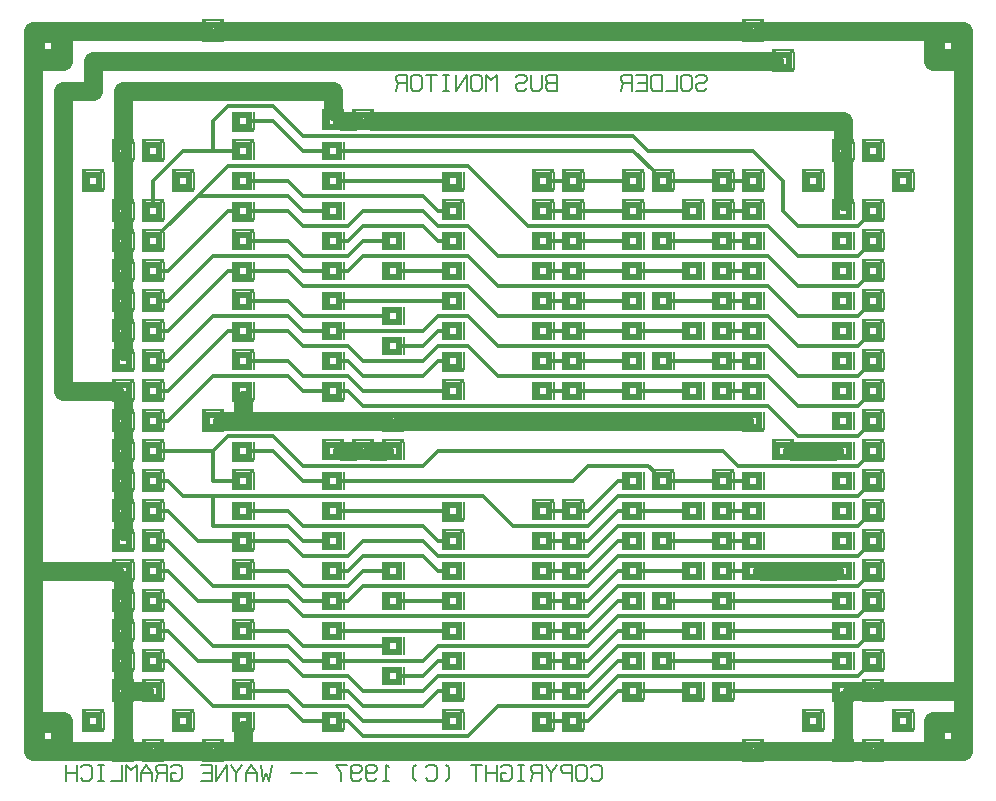
<source format=gbl>
%MOIN*%
%FSLAX23Y23*%
%ADD10C,.012*%
%ADD11C,.062*%
%ADD12C,.050X.024*%
%ADD13R,.062X.062X.024*%
%ADD14C,.016*%
%ADD15R,.008X.062*%
%ADD16R,.062X.008*%
%ADD17C,.008*%
%LPD*%
G90*X0Y0D02*X50Y100D02*D11*X150D01*X319D01*D13*   
X350D03*D14*X381Y131D03*Y69D03*X319Y131D03*Y69D03*
D15*X385Y100D03*X315D03*D16*X350Y135D03*Y65D03*   
X381Y100D02*D11*X419D01*D13*X450D03*D14*          
X481Y131D03*Y69D03*X419Y131D03*Y69D03*D15*        
X485Y100D03*X415D03*D16*X450Y135D03*Y65D03*       
X481Y100D02*D11*X619D01*D13*X650D03*D14*          
X681Y131D03*Y69D03*X619Y131D03*Y69D03*D15*        
X685Y100D03*X615D03*D16*X650Y135D03*Y65D03*       
X681Y100D02*D11*X750D01*X2419D01*D13*X2450D03*D14*
X2481Y131D03*Y69D03*X2419Y131D03*Y69D03*D15*      
X2485Y100D03*X2415D03*D16*X2450Y135D03*Y65D03*    
X2481Y100D02*D11*X2719D01*D13*X2750D03*D14*       
X2781Y131D03*Y69D03*X2719Y131D03*Y69D03*D15*      
X2785Y100D03*X2715D03*D16*X2750Y135D03*Y65D03*    
X2781Y100D02*D11*X2819D01*D13*X2850D03*D14*       
X2881Y131D03*Y69D03*X2819Y131D03*Y69D03*D15*      
X2885Y100D03*X2815D03*D16*X2850Y135D03*Y65D03*    
X2881Y100D02*D11*X3050D01*X3150D01*Y200D01*       
X3050D01*Y100D01*D13*X3100Y150D03*X3150Y200D02*   
D11*Y300D01*X2881D01*D13*X2850D03*D14*            
X2881Y331D03*Y269D03*X2819Y331D03*Y269D03*D15*    
X2885Y300D03*X2815D03*D16*X2850Y335D03*Y265D03*   
X2819Y300D02*D11*X2781D01*D13*X2750D03*D14*       
X2781Y269D03*X2719D03*D15*X2785Y300D03*X2715D03*  
D16*X2750Y265D03*Y269D02*D11*Y131D01*D13*         
X2650Y200D03*D14*X2681Y231D03*Y169D03*            
X2619Y231D03*Y169D03*D15*X2685Y200D03*X2615D03*   
D16*X2650Y235D03*Y165D03*X2719Y300D02*D10*        
X2381D01*D13*X2350D03*D14*X2381Y269D03*X2319D03*  
D15*X2385Y300D03*X2315D03*D16*X2350Y265D03*D13*   
Y400D03*D15*X2385D03*X2315D03*X2319D02*D10*       
X2181D01*D13*X2150D03*D15*X2185D03*X2115D03*D13*  
X2250Y300D03*D14*X2281Y269D03*X2219D03*D15*       
X2285Y300D03*X2215D03*D16*X2250Y265D03*           
X2219Y300D02*D10*X2081D01*D13*X2050D03*D14*       
X2081Y269D03*X2019D03*D15*X2085Y300D03*X2015D03*  
D16*X2050Y265D03*X2019Y300D02*D10*X2000D01*       
X1900Y200D01*X1881D01*D13*X1850D03*D14*           
X1881Y169D03*X1819D03*D15*X1885Y200D03*X1815D03*  
D16*X1850Y165D03*X1819Y200D02*D10*X1781D01*D13*   
X1750D03*D14*X1781Y169D03*X1719D03*D15*           
X1785Y200D03*X1715D03*D16*X1750Y165D03*D13*       
X1850Y300D03*D15*X1885D03*X1815D03*X1819D02*D10*  
X1781D01*D13*X1750D03*D15*X1785D03*X1715D03*D13*  
X1850Y400D03*D15*X1885D03*X1815D03*X1819D02*D10*  
X1781D01*D13*X1750D03*D15*X1785D03*X1715D03*      
X1881Y300D02*D10*X1900D01*X2000Y400D01*X2019D01*  
D13*X2050D03*D15*X2085D03*X2015D03*X2000Y450D02*  
D10*X1900Y350D01*X1400D01*X1350Y300D01*X1150D01*  
X1100Y350D01*X950D01*X900Y400D01*X781D01*D13*     
X750D03*D14*X781Y369D03*X719D03*D15*X785Y400D03*  
X715D03*D16*X750Y365D03*X719Y400D02*D10*X600D01*  
X500Y500D01*X481D01*D13*X450D03*D14*X481Y531D03*  
Y469D03*X419Y531D03*Y469D03*D15*X485Y500D03*      
X415D03*D16*X450Y535D03*Y465D03*D13*X350Y600D03*  
D14*X381Y631D03*Y569D03*X319Y631D03*Y569D03*D15*  
X385Y600D03*X315D03*D16*X350Y635D03*Y565D03*      
Y569D02*D11*Y531D01*D13*Y500D03*D14*X381Y531D03*  
Y469D03*X319Y531D03*Y469D03*D15*X385Y500D03*      
X315D03*D16*X350Y535D03*Y465D03*Y469D02*D11*      
Y431D01*D13*Y400D03*D14*X381Y431D03*Y369D03*      
X319Y431D03*Y369D03*D15*X385Y400D03*X315D03*D16*  
X350Y435D03*Y365D03*Y369D02*D11*Y331D01*D13*      
Y300D03*D14*X381Y331D03*Y269D03*X319Y331D03*      
Y269D03*D15*X385Y300D03*X315D03*D16*X350Y335D03*  
Y265D03*Y269D02*D11*Y131D01*D13*X250Y200D03*D14*  
X281Y231D03*Y169D03*X219Y231D03*Y169D03*D15*      
X285Y200D03*X215D03*D16*X250Y235D03*Y165D03*D13*  
X450Y300D03*D14*X481Y331D03*Y269D03*X419Y331D03*  
Y269D03*D15*X485Y300D03*X415D03*D16*X450Y335D03*  
Y265D03*X419Y300D02*D11*X381D01*D13*X450Y400D03*  
D14*X481Y431D03*Y369D03*X419Y431D03*Y369D03*D15*  
X485Y400D03*X415D03*D16*X450Y435D03*Y365D03*      
X481Y400D02*D10*X500D01*X650Y250D01*X900D01*      
X950Y200D01*X1019D01*D13*X1050D03*D14*            
X1081Y169D03*X1019D03*D15*X1085Y200D03*X1015D03*  
D16*X1050Y165D03*X1081Y200D02*D10*X1100D01*       
X1150Y150D01*X1500D01*X1600Y250D01*X1900D01*      
X2000Y350D01*X2800D01*X2819Y369D01*D13*           
X2850Y400D03*D14*X2881Y431D03*Y369D03*            
X2819Y431D03*Y369D03*D15*X2885Y400D03*X2815D03*   
D16*X2850Y435D03*Y365D03*X2800Y450D02*D10*        
X2000D01*D13*X2050Y500D03*D15*X2085D03*X2015D03*  
X2019D02*D10*X2000D01*X1900Y400D01*X1881D01*      
X1900Y450D02*X1400D01*X1350Y400D01*X1081D01*D13*  
X1050D03*D15*X1085D03*X1015D03*X1019D02*D10*      
X950D01*X900Y450D01*X650D01*X500Y600D01*X481D01*  
D13*X450D03*D14*X481Y631D03*Y569D03*X419Y631D03*  
Y569D03*D15*X485Y600D03*X415D03*D16*X450Y635D03*  
Y565D03*D13*X350Y700D03*D14*X381Y731D03*Y669D03*  
X319Y731D03*Y669D03*D15*X385Y700D03*X315D03*D16*  
X350Y735D03*Y665D03*Y669D02*D11*Y631D01*D13*      
X450Y700D03*D14*X481Y731D03*Y669D03*X419Y731D03*  
Y669D03*D15*X485Y700D03*X415D03*D16*X450Y735D03*  
Y665D03*X481Y700D02*D10*X500D01*X600Y600D01*      
X719D01*D13*X750D03*D14*X781Y569D03*X719D03*D15*  
X785Y600D03*X715D03*D16*X750Y565D03*X781Y600D02*  
D10*X900D01*X950Y550D01*X1900D01*X2000Y650D01*    
X2800D01*X2819Y669D01*D13*X2850Y700D03*D14*       
X2881Y731D03*Y669D03*X2819Y731D03*Y669D03*D15*    
X2885Y700D03*X2815D03*D16*X2850Y735D03*Y665D03*   
X2800Y750D02*D10*X2000D01*X1900Y650D01*X1150D01*  
X1100Y600D01*X1081D01*D13*X1050D03*D15*X1085D03*  
X1015D03*X1019D02*D10*X950D01*X900Y650D01*X650D01*
X500Y800D01*X481D01*D13*X450D03*D14*X481Y831D03*  
Y769D03*X419Y831D03*Y769D03*D15*X485Y800D03*      
X415D03*D16*X450Y835D03*Y765D03*D13*X350Y900D03*  
D14*X381Y931D03*Y869D03*X319Y931D03*Y869D03*D15*  
X385Y900D03*X315D03*D16*X350Y935D03*Y865D03*      
Y869D02*D11*Y831D01*D13*Y800D03*D14*X381Y831D03*  
Y769D03*X319Y831D03*Y769D03*D15*X385Y800D03*      
X315D03*D16*X350Y835D03*Y765D03*D13*X450Y900D03*  
D14*X481Y931D03*Y869D03*X419Y931D03*Y869D03*D15*  
X485Y900D03*X415D03*D16*X450Y935D03*Y865D03*      
X481Y900D02*D10*X500D01*X600Y800D01*X719D01*D13*  
X750D03*D14*X781Y769D03*X719D03*D15*X785Y800D03*  
X715D03*D16*X750Y765D03*X781Y800D02*D10*X900D01*  
X950Y750D01*X1100D01*X1150Y800D01*X1350D01*       
X1400Y750D01*X1900D01*X2000Y850D01*X2800D01*      
X2819Y869D01*D13*X2850Y900D03*D14*X2881Y931D03*   
Y869D03*X2819Y931D03*Y869D03*D15*X2885Y900D03*    
X2815D03*D16*X2850Y935D03*Y865D03*X2800Y950D02*   
D10*X2000D01*X1900Y850D01*X1650D01*X1550Y950D01*  
X650D01*Y850D01*X900D01*X950Y800D01*X1019D01*D13* 
X1050D03*D15*X1085D03*X1015D03*X1150Y700D02*D10*  
X1100Y650D01*X950D01*X900Y700D01*X781D01*D13*     
X750D03*D14*X781Y731D03*X719D03*D15*X785Y700D03*  
X715D03*D16*X750Y735D03*X900Y900D02*D10*          
X950Y850D01*X1350D01*X1400Y800D01*X1419D01*D13*   
X1450D03*D14*X1481Y831D03*X1419D03*D15*           
X1485Y800D03*X1415D03*D16*X1450Y835D03*           
X1400Y700D02*D10*X1419D01*D13*X1450D03*D15*       
X1485D03*X1415D03*X1400D02*D10*X1350Y750D01*      
X1150D01*X1100Y700D01*X1081D01*D13*X1050D03*D15*  
X1085D03*X1015D03*X1150D02*D10*X1219D01*D13*      
X1250D03*D15*X1285D03*X1215D03*D13*X1250Y600D03*  
D15*X1285D03*X1215D03*X1281D02*D10*X1419D01*D13*  
X1450D03*D15*X1485D03*X1415D03*D13*X1450Y500D03*  
D15*X1485D03*X1415D03*X1419D02*D10*X1081D01*D13*  
X1050D03*D15*X1085D03*X1015D03*X950Y450D02*D10*   
X1219D01*D13*X1250D03*D15*X1285D03*X1215D03*      
X1350Y350D02*D10*X1281D01*D13*X1250D03*D15*       
X1285D03*X1215D03*X1350Y250D02*D10*X1150D01*      
X1100Y300D01*X1081D01*D13*X1050D03*D15*X1085D03*  
X1015D03*X1100Y250D02*D10*X1150Y200D01*X1419D01*  
D13*X1450D03*D14*X1481Y231D03*X1419D03*D15*       
X1485Y200D03*X1415D03*D16*X1450Y235D03*           
X1350Y250D02*D10*X1400Y300D01*X1419D01*D13*       
X1450D03*D14*X1481Y269D03*X1419D03*D15*           
X1485Y300D03*X1415D03*D16*X1450Y265D03*           
X1350Y350D02*D10*X1400Y400D01*X1419D01*D13*       
X1450D03*D15*X1485D03*X1415D03*D13*X1750Y700D03*  
D15*X1785D03*X1715D03*X1781D02*D10*X1819D01*D13*  
X1850D03*D15*X1885D03*X1815D03*X1881D02*D10*      
X1900D01*X2000Y800D01*X2019D01*D13*X2050D03*D15*  
X2085D03*X2015D03*X2000Y700D02*D10*X1900Y600D01*  
X1881D01*D13*X1850D03*D15*X1885D03*X1815D03*      
X1819D02*D10*X1781D01*D13*X1750D03*D15*X1785D03*  
X1715D03*D13*X1850Y500D03*D15*X1885D03*X1815D03*  
X1819D02*D10*X1781D01*D13*X1750D03*D15*X1785D03*  
X1715D03*X1881D02*D10*X1900D01*X2000Y600D01*      
X2019D01*D13*X2050D03*D15*X2085D03*X2015D03*      
X2000Y550D02*D10*X1900Y450D01*X2000Y550D02*       
X2800D01*X2819Y569D01*D13*X2850Y600D03*D14*       
X2881Y631D03*Y569D03*X2819Y631D03*Y569D03*D15*    
X2885Y600D03*X2815D03*D16*X2850Y635D03*Y565D03*   
D13*X2750Y700D03*D15*X2785D03*X2715D03*X2719D02*  
D11*X2481D01*D13*X2450D03*D15*X2485D03*X2415D03*  
X2419D02*D10*X2381D01*D13*X2350D03*D15*X2385D03*  
X2315D03*D13*X2450Y800D03*D15*X2485D03*X2415D03*  
X2419D02*D10*X2381D01*D13*X2350D03*D15*X2385D03*  
X2315D03*X2319D02*D10*X2181D01*D13*X2150D03*D15*  
X2185D03*X2115D03*D13*X2250Y700D03*D15*X2285D03*  
X2215D03*X2219D02*D10*X2081D01*D13*X2050D03*D15*  
X2085D03*X2015D03*X2019D02*D10*X2000D01*          
X1900Y800D02*X1881D01*D13*X1850D03*D15*X1885D03*  
X1815D03*X1819D02*D10*X1781D01*D13*X1750D03*D15*  
X1785D03*X1715D03*D13*X1850Y900D03*D14*           
X1881Y931D03*X1819D03*D15*X1885Y900D03*X1815D03*  
D16*X1850Y935D03*X1819Y900D02*D10*X1781D01*D13*   
X1750D03*D14*X1781Y931D03*X1719D03*D15*           
X1785Y900D03*X1715D03*D16*X1750Y935D03*           
X1850Y1000D02*D10*X1081D01*D13*X1050D03*D15*      
X1085D03*X1015D03*X1019D02*D10*X950D01*           
X850Y1100D01*X781D01*D13*X750D03*D14*X781Y1069D03*
X719D03*D15*X785Y1100D03*X715D03*D16*X750Y1065D03*
X700Y1150D02*D10*X650Y1100D01*Y1000D01*X719D01*   
D13*X750D03*D14*X781Y1031D03*X719D03*D15*         
X785Y1000D03*X715D03*D16*X750Y1035D03*            
X650Y1100D02*D10*X481D01*D13*X450D03*D14*         
X481Y1131D03*Y1069D03*X419Y1131D03*Y1069D03*D15*  
X485Y1100D03*X415D03*D16*X450Y1135D03*Y1065D03*   
D13*X350Y1200D03*D14*X381Y1231D03*Y1169D03*       
X319Y1231D03*Y1169D03*D15*X385Y1200D03*X315D03*   
D16*X350Y1235D03*Y1165D03*Y1169D02*D11*Y1131D01*  
D13*Y1100D03*D14*X381Y1131D03*Y1069D03*           
X319Y1131D03*Y1069D03*D15*X385Y1100D03*X315D03*   
D16*X350Y1135D03*Y1065D03*Y1069D02*D11*Y1031D01*  
D13*Y1000D03*D14*X381Y1031D03*Y969D03*            
X319Y1031D03*Y969D03*D15*X385Y1000D03*X315D03*D16*
X350Y1035D03*Y965D03*Y969D02*D11*Y931D01*D13*     
X450Y1000D03*D14*X481Y1031D03*Y969D03*            
X419Y1031D03*Y969D03*D15*X485Y1000D03*X415D03*D16*
X450Y1035D03*Y965D03*X481Y1000D02*D10*X500D01*    
X550Y950D01*X650D01*D13*X750Y900D03*D15*X785D03*  
X715D03*X781D02*D10*X900D01*X950Y1050D02*X1350D01*
X1400Y1100D01*X2350D01*X2400Y1050D01*X2800D01*    
X2819Y1069D01*D13*X2850Y1100D03*D14*X2881Y1131D03*
Y1069D03*X2819Y1131D03*Y1069D03*D15*X2885Y1100D03*
X2815D03*D16*X2850Y1135D03*Y1065D03*X2800Y1150D02*
D10*X2600D01*X2500Y1250D01*X1150D01*X1100Y1300D01*
X1081D01*D13*X1050D03*D14*X1081Y1269D03*X1019D03* 
D15*X1085Y1300D03*X1015D03*D16*X1050Y1265D03*     
X1019Y1300D02*D10*X950D01*X900Y1350D01*X650D01*   
X500Y1200D01*X481D01*D13*X450D03*D14*X481Y1231D03*
Y1169D03*X419Y1231D03*Y1169D03*D15*X485Y1200D03*  
X415D03*D16*X450Y1235D03*Y1165D03*D13*            
X350Y1300D03*D14*X381Y1331D03*Y1269D03*           
X319Y1331D03*Y1269D03*D15*X385Y1300D03*X315D03*   
D16*X350Y1335D03*Y1265D03*Y1269D02*D11*Y1231D01*  
D13*X450Y1300D03*D14*X481Y1331D03*Y1269D03*       
X419Y1331D03*Y1269D03*D15*X485Y1300D03*X415D03*   
D16*X450Y1335D03*Y1265D03*X481Y1300D02*D10*       
X500D01*X700Y1500D01*X719D01*D13*X750D03*D14*     
X781Y1469D03*X719D03*D15*X785Y1500D03*X715D03*D16*
X750Y1465D03*X781Y1500D02*D10*X900D01*            
X950Y1450D01*X1100D01*X1150Y1400D01*X1350D01*     
X1400Y1450D01*X1500D01*X1600Y1350D01*X2500D01*    
X2600Y1250D01*X2800D01*X2819Y1269D01*D13*         
X2850Y1300D03*D14*X2881Y1331D03*Y1269D03*         
X2819Y1331D03*Y1269D03*D15*X2885Y1300D03*X2815D03*
D16*X2850Y1335D03*Y1265D03*X2800Y1350D02*D10*     
X2600D01*X2500Y1450D01*X1600D01*X1500Y1550D01*    
X1400D01*X1350Y1500D01*X1081D01*D13*X1050D03*D15* 
X1085D03*X1015D03*X1019D02*D10*X950D01*           
X900Y1550D01*X650D01*X500Y1400D01*X481D01*D13*    
X450D03*D14*X481Y1431D03*Y1369D03*X419Y1431D03*   
Y1369D03*D15*X485Y1400D03*X415D03*D16*            
X450Y1435D03*Y1365D03*D13*X350Y1500D03*D14*       
X381Y1531D03*Y1469D03*X319Y1531D03*Y1469D03*D15*  
X385Y1500D03*X315D03*D16*X350Y1535D03*Y1465D03*   
Y1469D02*D11*Y1431D01*D13*Y1400D03*D14*           
X381Y1431D03*Y1369D03*X319Y1431D03*Y1369D03*D15*  
X385Y1400D03*X315D03*D16*X350Y1435D03*Y1365D03*   
D13*X450Y1500D03*D14*X481Y1531D03*Y1469D03*       
X419Y1531D03*Y1469D03*D15*X485Y1500D03*X415D03*   
D16*X450Y1535D03*Y1465D03*X481Y1500D02*D10*       
X500D01*X700Y1700D01*X719D01*D13*X750D03*D14*     
X781Y1669D03*X719D03*D15*X785Y1700D03*X715D03*D16*
X750Y1665D03*X781Y1700D02*D10*X900D01*            
X950Y1650D01*X1500D01*X1600Y1550D01*X2500D01*     
X2600Y1450D01*X2800D01*X2819Y1469D01*D13*         
X2850Y1500D03*D14*X2881Y1531D03*Y1469D03*         
X2819Y1531D03*Y1469D03*D15*X2885Y1500D03*X2815D03*
D16*X2850Y1535D03*Y1465D03*X2800Y1550D02*D10*     
X2600D01*X2500Y1650D01*X1600D01*X1500Y1750D01*    
X1150D01*X1100Y1700D01*X1081D01*D13*X1050D03*D15* 
X1085D03*X1015D03*X1019D02*D10*X950D01*           
X900Y1750D01*X650D01*X500Y1600D01*X481D01*D13*    
X450D03*D14*X481Y1631D03*Y1569D03*X419Y1631D03*   
Y1569D03*D15*X485Y1600D03*X415D03*D16*            
X450Y1635D03*Y1565D03*D13*X350Y1700D03*D14*       
X381Y1731D03*Y1669D03*X319Y1731D03*Y1669D03*D15*  
X385Y1700D03*X315D03*D16*X350Y1735D03*Y1665D03*   
Y1669D02*D11*Y1631D01*D13*Y1600D03*D14*           
X381Y1631D03*Y1569D03*X319Y1631D03*Y1569D03*D15*  
X385Y1600D03*X315D03*D16*X350Y1635D03*Y1565D03*   
Y1569D02*D11*Y1531D01*X150Y1300D02*X319D01*       
X150D02*Y2300D01*X250D01*Y2400D01*X2519D01*D13*   
X2550D03*D14*X2581Y2431D03*Y2369D03*X2519Y2431D03*
Y2369D03*D15*X2585Y2400D03*X2515D03*D16*          
X2550Y2435D03*Y2365D03*D13*X2450Y2500D03*D14*     
X2481Y2531D03*Y2469D03*X2419Y2531D03*Y2469D03*D15*
X2485Y2500D03*X2415D03*D16*X2450Y2535D03*Y2465D03*
X2419Y2500D02*D11*X681D01*D13*X650D03*D14*        
X681Y2531D03*Y2469D03*X619Y2531D03*Y2469D03*D15*  
X685Y2500D03*X615D03*D16*X650Y2535D03*Y2465D03*   
X619Y2500D02*D11*X150D01*Y2400D01*X50D01*Y700D01* 
Y200D01*Y100D01*D13*X100Y150D03*X1909Y9D02*D17*   
X1918Y0D01*X1936D01*X1945Y9D01*Y45D01*X1936Y54D01*
X1918D01*X1909Y45D01*X1859Y9D02*X1868Y0D01*       
X1886D01*X1895Y9D01*Y45D01*X1886Y54D01*X1868D01*  
X1859Y45D01*Y9D01*X1845Y0D02*Y54D01*X1818D01*     
X1809Y45D01*Y36D01*X1818Y27D01*X1845D01*          
X1795Y54D02*X1777Y27D01*X1759Y54D01*X1777Y27D02*  
Y0D01*X1745D02*Y54D01*X1718D01*X1709Y45D01*Y36D01*
X1718Y27D01*X1745D01*X1718D02*X1709Y0D01*X1677D02*
Y54D01*X1686Y0D02*X1668D01*X1686Y54D02*X1668D01*  
X1609Y9D02*X1618Y0D01*X1636D01*X1645Y9D01*Y45D01* 
X1636Y54D01*X1618D01*X1609Y45D01*X1627Y27D02*     
X1609D01*Y0D01*X1595D02*Y54D01*X1559Y0D02*Y54D01* 
X1595Y27D02*X1559D01*X1527Y0D02*Y54D01*X1545D02*  
X1509D01*X1427D02*X1436Y45D01*Y9D01*X1427Y0D01*   
X1359Y9D02*X1368Y0D01*X1386D01*X1395Y9D01*Y45D01* 
X1386Y54D01*X1368D01*X1359Y45D01*X1327Y54D02*     
X1318Y45D01*Y9D01*X1327Y0D01*X1236Y45D02*         
X1227Y54D01*Y0D01*X1236D02*X1218D01*X1159Y36D02*  
X1168Y27D01*X1186D01*X1195Y36D01*Y45D01*          
X1186Y54D01*X1168D01*X1159Y45D01*Y9D01*X1168Y0D01*
X1186D01*X1195Y9D01*X1109Y36D02*X1118Y27D01*      
X1136D01*X1145Y36D01*Y45D01*X1136Y54D01*X1118D01* 
X1109Y45D01*Y9D01*X1118Y0D01*X1136D01*X1145Y9D01* 
X1095Y54D02*X1059D01*X1077Y27D01*Y0D01*X995Y27D02*
X959D01*X945D02*X909D01*X845Y54D02*X836Y0D01*     
X827Y27D01*X818Y0D01*X809Y54D01*X795Y0D02*Y27D01* 
X777Y54D01*X759Y27D01*Y0D01*X795Y27D02*X759D01*   
X745Y54D02*X727Y27D01*X709Y54D01*X727Y27D02*Y0D01*
X695D02*Y54D01*X659Y0D01*Y54D01*X609Y0D02*X645D01*
Y54D01*X609D01*X645Y27D02*X618D01*X509Y9D02*      
X518Y0D01*X536D01*X545Y9D01*Y45D01*X536Y54D01*    
X518D01*X509Y45D01*X527Y27D02*X509D01*Y0D01*      
X495D02*Y54D01*X468D01*X459Y45D01*Y36D01*         
X468Y27D01*X495D01*X468D02*X459Y0D01*X445D02*     
Y27D01*X427Y54D01*X409Y27D01*Y0D01*X445Y27D02*    
X409D01*X395Y0D02*Y54D01*X377Y36D01*X359Y54D01*   
Y0D01*X345Y54D02*Y0D01*X309D01*X277D02*Y54D01*    
X286Y0D02*X268D01*X286Y54D02*X268D01*X209Y9D02*   
X218Y0D01*X236D01*X245Y9D01*Y45D01*X236Y54D01*    
X218D01*X209Y45D01*X195Y0D02*Y54D01*X159Y0D02*    
Y54D01*X195Y27D02*X159D01*X150Y200D02*D11*Y100D01*
X50Y200D02*X150D01*X1909Y9D02*D17*X1918Y0D01*     
X1936D01*X1945Y9D01*Y45D01*X1936Y54D01*X1918D01*  
X1909Y45D01*X1859Y9D02*X1868Y0D01*X1886D01*       
X1895Y9D01*Y45D01*X1886Y54D01*X1868D01*           
X1859Y45D01*Y9D01*X1845Y0D02*Y54D01*X1818D01*     
X1809Y45D01*Y36D01*X1818Y27D01*X1845D01*          
X1795Y54D02*X1777Y27D01*X1759Y54D01*X1777Y27D02*  
Y0D01*X1745D02*Y54D01*X1718D01*X1709Y45D01*Y36D01*
X1718Y27D01*X1745D01*X1718D02*X1709Y0D01*X1677D02*
Y54D01*X1686Y0D02*X1668D01*X1686Y54D02*X1668D01*  
X1609Y9D02*X1618Y0D01*X1636D01*X1645Y9D01*Y45D01* 
X1636Y54D01*X1618D01*X1609Y45D01*X1627Y27D02*     
X1609D01*Y0D01*X1595D02*Y54D01*X1559Y0D02*Y54D01* 
X1595Y27D02*X1559D01*X1527Y0D02*Y54D01*X1545D02*  
X1509D01*X1427D02*X1436Y45D01*Y9D01*X1427Y0D01*   
X1359Y9D02*X1368Y0D01*X1386D01*X1395Y9D01*Y45D01* 
X1386Y54D01*X1368D01*X1359Y45D01*X1327Y54D02*     
X1318Y45D01*Y9D01*X1327Y0D01*X1236Y45D02*         
X1227Y54D01*Y0D01*X1236D02*X1218D01*X1159Y36D02*  
X1168Y27D01*X1186D01*X1195Y36D01*Y45D01*          
X1186Y54D01*X1168D01*X1159Y45D01*Y9D01*X1168Y0D01*
X1186D01*X1195Y9D01*X1109Y36D02*X1118Y27D01*      
X1136D01*X1145Y36D01*Y45D01*X1136Y54D01*X1118D01* 
X1109Y45D01*Y9D01*X1118Y0D01*X1136D01*X1145Y9D01* 
X1095Y54D02*X1059D01*X1077Y27D01*Y0D01*X995Y27D02*
X959D01*X945D02*X909D01*X845Y54D02*X836Y0D01*     
X827Y27D01*X818Y0D01*X809Y54D01*X795Y0D02*Y27D01* 
X777Y54D01*X759Y27D01*Y0D01*X795Y27D02*X759D01*   
X745Y54D02*X727Y27D01*X709Y54D01*X727Y27D02*Y0D01*
X695D02*Y54D01*X659Y0D01*Y54D01*X609Y0D02*X645D01*
Y54D01*X609D01*X645Y27D02*X618D01*X509Y9D02*      
X518Y0D01*X536D01*X545Y9D01*Y45D01*X536Y54D01*    
X518D01*X509Y45D01*X527Y27D02*X509D01*Y0D01*      
X495D02*Y54D01*X468D01*X459Y45D01*Y36D01*         
X468Y27D01*X495D01*X468D02*X459Y0D01*X445D02*     
Y27D01*X427Y54D01*X409Y27D01*Y0D01*X445Y27D02*    
X409D01*X395Y0D02*Y54D01*X377Y36D01*X359Y54D01*   
Y0D01*X345Y54D02*Y0D01*X309D01*X277D02*Y54D01*    
X286Y0D02*X268D01*X286Y54D02*X268D01*X209Y9D02*   
X218Y0D01*X236D01*X245Y9D01*Y45D01*X236Y54D01*    
X218D01*X209Y45D01*X195Y0D02*Y54D01*X159Y0D02*    
Y54D01*X195Y27D02*X159D01*D13*X550Y200D03*D14*    
X581Y231D03*Y169D03*X519Y231D03*Y169D03*D15*      
X585Y200D03*X515D03*D16*X550Y235D03*Y165D03*      
X319Y700D02*D11*X50D01*D13*X650Y1200D03*D14*      
X681Y1231D03*Y1169D03*X619Y1231D03*Y1169D03*D15*  
X685Y1200D03*X615D03*D16*X650Y1235D03*Y1165D03*   
X681Y1200D02*D11*X750D01*X1219D01*D13*X1250D03*   
D14*X1281Y1169D03*X1219D03*D15*X1285Y1200D03*     
X1215D03*D16*X1250Y1165D03*X1281Y1200D02*D11*     
X2419D01*D13*X2450D03*D14*X2481Y1169D03*X2419D03* 
D15*X2485Y1200D03*X2415D03*D16*X2450Y1165D03*D13* 
X2550Y1100D03*D14*X2581Y1131D03*X2519D03*D15*     
X2585Y1100D03*X2515D03*D16*X2550Y1135D03*         
X2581Y1100D02*D11*X2719D01*D13*X2750D03*D15*      
X2785D03*X2715D03*X2800Y1150D02*D10*X2819Y1169D01*
D13*X2850Y1200D03*D14*X2881Y1231D03*Y1169D03*     
X2819Y1231D03*Y1169D03*D15*X2885Y1200D03*X2815D03*
D16*X2850Y1235D03*Y1165D03*D13*X2750Y1300D03*D15* 
X2785D03*X2715D03*D13*X2750Y1200D03*D15*X2785D03* 
X2715D03*X2800Y1350D02*D10*X2819Y1369D01*D13*     
X2850Y1400D03*D14*X2881Y1431D03*Y1369D03*         
X2819Y1431D03*Y1369D03*D15*X2885Y1400D03*X2815D03*
D16*X2850Y1435D03*Y1365D03*D13*X2750Y1500D03*D15* 
X2785D03*X2715D03*D13*X2750Y1400D03*D15*X2785D03* 
X2715D03*X2800Y1550D02*D10*X2819Y1569D01*D13*     
X2850Y1600D03*D14*X2881Y1631D03*Y1569D03*         
X2819Y1631D03*Y1569D03*D15*X2885Y1600D03*X2815D03*
D16*X2850Y1635D03*Y1565D03*X2800Y1650D02*D10*     
X2600D01*X2500Y1750D01*X1600D01*X1500Y1850D01*    
X1400D01*X1350Y1900D01*X1150D01*X1100Y1850D01*    
X950D01*X900Y1900D01*X781D01*D13*X750D03*D14*     
X781Y1869D03*X719D03*D15*X785Y1900D03*X715D03*D16*
X750Y1865D03*X719Y1900D02*D10*X700D01*            
X500Y1700D01*X481D01*D13*X450D03*D14*X481Y1731D03*
Y1669D03*X419Y1731D03*Y1669D03*D15*X485Y1700D03*  
X415D03*D16*X450Y1735D03*Y1665D03*D13*            
X350Y1800D03*D14*X381Y1831D03*Y1769D03*           
X319Y1831D03*Y1769D03*D15*X385Y1800D03*X315D03*   
D16*X350Y1835D03*Y1765D03*Y1769D02*D11*Y1731D01*  
D13*X450Y1800D03*D14*X481Y1831D03*Y1769D03*       
X419Y1831D03*Y1769D03*D15*X485Y1800D03*X415D03*   
D16*X450Y1835D03*Y1765D03*X481Y1831D02*D10*       
X600Y1950D01*X900D01*X950Y1900D01*X1019D01*D13*   
X1050D03*D15*X1085D03*X1015D03*X1150Y1800D02*D10* 
X1100Y1750D01*X950D01*X900Y1800D01*X781D01*D13*   
X750D03*D14*X781Y1831D03*X719D03*D15*X785Y1800D03*
X715D03*D16*X750Y1835D03*X600Y1950D02*D10*        
X700Y2050D01*X1500D01*X1700Y1850D01*X2500D01*     
X2600Y1750D01*X2800D01*X2819Y1769D01*D13*         
X2850Y1800D03*D14*X2881Y1831D03*Y1769D03*         
X2819Y1831D03*Y1769D03*D15*X2885Y1800D03*X2815D03*
D16*X2850Y1835D03*Y1765D03*X2800Y1850D02*D10*     
X2600D01*X2550Y1900D01*Y2000D01*X2450Y2100D01*    
X2100D01*X2050Y2150D01*X950D01*X850Y2250D01*      
X700D01*X650Y2200D01*Y2100D01*X550D01*            
X450Y2000D01*Y1931D01*D13*Y1900D03*D14*           
X481Y1931D03*Y1869D03*X419Y1931D03*Y1869D03*D15*  
X485Y1900D03*X415D03*D16*X450Y1935D03*Y1865D03*   
D13*X550Y2000D03*D14*X581Y2031D03*Y1969D03*       
X519Y2031D03*Y1969D03*D15*X585Y2000D03*X515D03*   
D16*X550Y2035D03*Y1965D03*X350Y1831D02*D11*       
Y1869D01*D13*Y1900D03*D14*X381Y1931D03*Y1869D03*  
X319Y1931D03*Y1869D03*D15*X385Y1900D03*X315D03*   
D16*X350Y1935D03*Y1865D03*Y1931D02*D11*Y2069D01*  
D13*Y2100D03*D14*X381Y2131D03*Y2069D03*           
X319Y2131D03*Y2069D03*D15*X385Y2100D03*X315D03*   
D16*X350Y2135D03*Y2065D03*Y2131D02*D11*Y2300D01*  
X1050D01*Y2231D01*D13*Y2200D03*D14*X1081Y2231D03* 
X1019D03*D15*X1085Y2200D03*X1015D03*D16*          
X1050Y2235D03*X1081Y2200D02*D11*X1119D01*D13*     
X1150D03*D14*X1181Y2231D03*X1119D03*D15*          
X1185Y2200D03*X1115D03*D16*X1150Y2235D03*         
X1181Y2200D02*D11*X2750D01*Y2131D01*D13*Y2100D03* 
D14*X2781Y2131D03*Y2069D03*X2719Y2131D03*Y2069D03*
D15*X2785Y2100D03*X2715D03*D16*X2750Y2135D03*     
Y2065D03*Y2069D02*D11*Y1931D01*D13*Y1900D03*D14*  
X2781Y1931D03*X2719D03*D15*X2785Y1900D03*X2715D03*
D16*X2750Y1935D03*X2800Y1850D02*D10*X2819Y1869D01*
D13*X2850Y1900D03*D14*X2881Y1931D03*Y1869D03*     
X2819Y1931D03*Y1869D03*D15*X2885Y1900D03*X2815D03*
D16*X2850Y1935D03*Y1865D03*D13*X2950Y2000D03*D14* 
X2981Y2031D03*Y1969D03*X2919Y2031D03*Y1969D03*D15*
X2985Y2000D03*X2915D03*D16*X2950Y2035D03*Y1965D03*
D13*X2750Y1800D03*D15*X2785D03*X2715D03*D13*      
X2650Y2000D03*D14*X2681Y2031D03*Y1969D03*         
X2619Y2031D03*Y1969D03*D15*X2685Y2000D03*X2615D03*
D16*X2650Y2035D03*Y1965D03*D13*X2750Y1700D03*D15* 
X2785D03*X2715D03*D13*X2850Y2100D03*D14*          
X2881Y2131D03*Y2069D03*X2819Y2131D03*Y2069D03*D15*
X2885Y2100D03*X2815D03*D16*X2850Y2135D03*Y2065D03*
D13*Y1700D03*D14*X2881Y1731D03*Y1669D03*          
X2819Y1731D03*Y1669D03*D15*X2885Y1700D03*X2815D03*
D16*X2850Y1735D03*Y1665D03*X2819Y1669D02*D10*     
X2800Y1650D01*D13*X2750Y1600D03*D15*X2785D03*     
X2715D03*D13*X2450Y2000D03*D14*X2481Y2031D03*     
Y1969D03*X2419Y2031D03*Y1969D03*D15*X2485Y2000D03*
X2415D03*D16*X2450Y2035D03*Y1965D03*X2419Y2000D02*
D10*X2381D01*D13*X2350D03*D14*X2381Y2031D03*      
Y1969D03*X2319Y2031D03*Y1969D03*D15*X2385Y2000D03*
X2315D03*D16*X2350Y2035D03*Y1965D03*X2319Y2000D02*
D10*X2181D01*D13*X2150D03*D14*X2181Y2031D03*      
Y1969D03*X2119Y2031D03*Y1969D03*D15*X2185Y2000D03*
X2115D03*D16*X2150Y2035D03*Y1965D03*X2119Y2031D02*
D10*X2050Y2100D01*X1081D01*D13*X1050D03*D15*      
X1085D03*X1015D03*X1019D02*D10*X950D01*           
X850Y2200D01*X781D01*D13*X750D03*D14*X781Y2169D03*
X719D03*D15*X785Y2200D03*X715D03*D16*X750Y2165D03*
X650Y2100D02*D10*X719D01*D13*X750D03*D14*         
X781Y2131D03*X719D03*D15*X785Y2100D03*X715D03*D16*
X750Y2135D03*D13*Y2000D03*D15*X785D03*X715D03*    
X781D02*D10*X900D01*X950Y1950D01*X1350D01*        
X1400Y1900D01*X1419D01*D13*X1450D03*D14*          
X1481Y1931D03*X1419D03*D15*X1485Y1900D03*X1415D03*
D16*X1450Y1935D03*X1400Y1800D02*D10*X1419D01*D13* 
X1450D03*D15*X1485D03*X1415D03*X1400D02*D10*      
X1350Y1850D01*X1150D01*X1100Y1800D01*X1081D01*D13*
X1050D03*D15*X1085D03*X1015D03*X1150D02*D10*      
X1219D01*D13*X1250D03*D15*X1285D03*X1215D03*D13*  
X1250Y1700D03*D15*X1285D03*X1215D03*X1281D02*D10* 
X1419D01*D13*X1450D03*D15*X1485D03*X1415D03*D13*  
X1450Y1600D03*D15*X1485D03*X1415D03*X1419D02*D10* 
X1081D01*D13*X1050D03*D15*X1085D03*X1015D03*      
X950Y1550D02*D10*X1219D01*D13*X1250D03*D15*       
X1285D03*X1215D03*X1350Y1450D02*D10*X1281D01*D13* 
X1250D03*D15*X1285D03*X1215D03*X1350Y1350D02*D10* 
X1150D01*X1100Y1400D01*X1081D01*D13*X1050D03*D15* 
X1085D03*X1015D03*X1100Y1350D02*D10*X1150Y1300D01*
X1419D01*D13*X1450D03*D14*X1481Y1331D03*X1419D03* 
D15*X1485Y1300D03*X1415D03*D16*X1450Y1335D03*     
X1350Y1350D02*D10*X1400Y1400D01*X1419D01*D13*     
X1450D03*D14*X1481Y1369D03*X1419D03*D15*          
X1485Y1400D03*X1415D03*D16*X1450Y1365D03*         
X1350Y1450D02*D10*X1400Y1500D01*X1419D01*D13*     
X1450D03*D15*X1485D03*X1415D03*D13*X1750Y1800D03* 
D15*X1785D03*X1715D03*X1781D02*D10*X1819D01*D13*  
X1850D03*D15*X1885D03*X1815D03*X1881D02*D10*      
X2019D01*D13*X2050D03*D15*X2085D03*X2015D03*D13*  
X2150D03*D15*X2185D03*X2115D03*X2181D02*D10*      
X2319D01*D13*X2350D03*D15*X2385D03*X2315D03*      
X2381D02*D10*X2419D01*D13*X2450D03*D15*X2485D03*  
X2415D03*D13*X2350Y1900D03*D14*X2381Y1931D03*     
X2319D03*D15*X2385Y1900D03*X2315D03*D16*          
X2350Y1935D03*X2381Y1900D02*D10*X2419D01*D13*     
X2450D03*D14*X2481Y1931D03*X2419D03*D15*          
X2485Y1900D03*X2415D03*D16*X2450Y1935D03*D13*     
X2250Y1700D03*D15*X2285D03*X2215D03*X2219D02*D10* 
X2081D01*D13*X2050D03*D15*X2085D03*X2015D03*      
X2019D02*D10*X1881D01*D13*X1850D03*D15*X1885D03*  
X1815D03*X1819D02*D10*X1781D01*D13*X1750D03*D15*  
X1785D03*X1715D03*D13*X1850Y1600D03*D15*X1885D03* 
X1815D03*X1819D02*D10*X1781D01*D13*X1750D03*D15*  
X1785D03*X1715D03*D13*X1850Y1500D03*D15*X1885D03* 
X1815D03*X1819D02*D10*X1781D01*D13*X1750D03*D15*  
X1785D03*X1715D03*D13*X1850Y1400D03*D15*X1885D03* 
X1815D03*X1819D02*D10*X1781D01*D13*X1750D03*D15*  
X1785D03*X1715D03*D13*X1850Y1300D03*D15*X1885D03* 
X1815D03*X1819D02*D10*X1781D01*D13*X1750D03*D15*  
X1785D03*X1715D03*X1881Y1400D02*D10*X2019D01*D13* 
X2050D03*D15*X2085D03*X2015D03*D13*X2150D03*D15*  
X2185D03*X2115D03*X2181D02*D10*X2319D01*D13*      
X2350D03*D15*X2385D03*X2315D03*X2381D02*D10*      
X2419D01*D13*X2450D03*D15*X2485D03*X2415D03*D13*  
X2350Y1500D03*D15*X2385D03*X2315D03*X2381D02*D10* 
X2419D01*D13*X2450D03*D15*X2485D03*X2415D03*D13*  
X2350Y1600D03*D15*X2385D03*X2315D03*X2319D02*D10* 
X2181D01*D13*X2150D03*D15*X2185D03*X2115D03*D13*  
X2250Y1500D03*D15*X2285D03*X2215D03*X2219D02*D10* 
X2081D01*D13*X2050D03*D15*X2085D03*X2015D03*      
X2019D02*D10*X1881D01*Y1600D02*X2019D01*D13*      
X2050D03*D15*X2085D03*X2015D03*D13*X2350Y1300D03* 
D15*X2385D03*X2315D03*X2381D02*D10*X2419D01*D13*  
X2450D03*D15*X2485D03*X2415D03*D13*X2250D03*D15*  
X2285D03*X2215D03*X2219D02*D10*X2081D01*D13*      
X2050D03*D15*X2085D03*X2015D03*X2019D02*D10*      
X1881D01*X2100Y1050D02*X2119Y1031D01*D13*         
X2150Y1000D03*D14*X2181Y1031D03*X2119D03*D15*     
X2185Y1000D03*X2115D03*D16*X2150Y1035D03*         
X2181Y1000D02*D10*X2319D01*D13*X2350D03*D14*      
X2381Y1031D03*X2319D03*D15*X2385Y1000D03*X2315D03*
D16*X2350Y1035D03*X2381Y1000D02*D10*X2419D01*D13* 
X2450D03*D15*X2485D03*X2415D03*D13*X2350Y900D03*  
D15*X2385D03*X2315D03*X2381D02*D10*X2419D01*D13*  
X2450D03*D15*X2485D03*X2415D03*D13*X2250D03*D15*  
X2285D03*X2215D03*X2219D02*D10*X2081D01*D13*      
X2050D03*D15*X2085D03*X2015D03*X2019D02*D10*      
X2000D01*X1900Y800D01*Y900D02*X1881D01*X1900D02*  
X2000Y1000D01*X2019D01*D13*X2050D03*D15*X2085D03* 
X2015D03*X2100Y1050D02*D10*X1900D01*X1850Y1000D01*
D13*X1450Y900D03*D14*X1481Y869D03*X1419D03*D15*   
X1485Y900D03*X1415D03*D16*X1450Y865D03*           
X1419Y900D02*D10*X1081D01*D13*X1050D03*D15*       
X1085D03*X1015D03*X950Y1050D02*D10*X850Y1150D01*  
X700D01*X750Y1200D02*D11*Y1269D01*D13*Y1300D03*   
D14*X781Y1269D03*X719D03*D15*X785Y1300D03*X715D03*
D16*X750Y1265D03*D13*Y1400D03*D14*X781Y1431D03*   
X719D03*D15*X785Y1400D03*X715D03*D16*X750Y1435D03*
X781Y1400D02*D10*X900D01*X950Y1350D01*X1100D01*   
X950Y1550D02*X900Y1600D01*X781D01*D13*X750D03*D14*
X781Y1631D03*X719D03*D15*X785Y1600D03*X715D03*D16*
X750Y1635D03*D13*X1050Y2000D03*D15*X1085D03*      
X1015D03*X1081D02*D10*X1419D01*D13*X1450D03*D14*  
X1481Y1969D03*X1419D03*D15*X1485Y2000D03*X1415D03*
D16*X1450Y1965D03*D13*X1750Y1900D03*D14*          
X1781Y1931D03*X1719D03*D15*X1785Y1900D03*X1715D03*
D16*X1750Y1935D03*X1781Y1900D02*D10*X1819D01*D13* 
X1850D03*D14*X1881Y1931D03*X1819D03*D15*          
X1885Y1900D03*X1815D03*D16*X1850Y1935D03*         
X1881Y1900D02*D10*X2019D01*D13*X2050D03*D14*      
X2081Y1931D03*X2019D03*D15*X2085Y1900D03*X2015D03*
D16*X2050Y1935D03*X2081Y1900D02*D10*X2219D01*D13* 
X2250D03*D14*X2281Y1931D03*X2219D03*D15*          
X2285Y1900D03*X2215D03*D16*X2250Y1935D03*D13*     
X2450Y1700D03*D15*X2485D03*X2415D03*X2419D02*D10* 
X2381D01*D13*X2350D03*D15*X2385D03*X2315D03*D13*  
X2450Y1600D03*D15*X2485D03*X2415D03*X2419D02*D10* 
X2381D01*D13*X2050Y2000D03*D14*X2081Y2031D03*     
Y1969D03*X2019Y2031D03*Y1969D03*D15*X2085Y2000D03*
X2015D03*D16*X2050Y2035D03*Y1965D03*X2019Y2000D02*
D10*X1881D01*D13*X1850D03*D14*X1881Y2031D03*      
Y1969D03*X1819Y2031D03*Y1969D03*D15*X1885Y2000D03*
X1815D03*D16*X1850Y2035D03*Y1965D03*X1819Y2000D02*
D10*X1781D01*D13*X1750D03*D14*X1781Y2031D03*      
Y1969D03*X1719Y2031D03*Y1969D03*D15*X1785Y2000D03*
X1715D03*D16*X1750Y2035D03*Y1965D03*X2259Y2345D02*
D17*X2268Y2354D01*X2286D01*X2295Y2345D01*Y2336D01*
X2286Y2327D01*X2268D01*X2259Y2318D01*Y2309D01*    
X2268Y2300D01*X2286D01*X2295Y2309D01*X2209D02*    
X2218Y2300D01*X2236D01*X2245Y2309D01*Y2345D01*    
X2236Y2354D01*X2218D01*X2209Y2345D01*Y2309D01*    
X2195Y2354D02*Y2300D01*X2159D01*X2145D02*Y2354D01*
X2118D01*X2109Y2345D01*Y2309D01*X2118Y2300D01*    
X2145D01*X2059D02*X2095D01*Y2354D01*X2059D01*     
X2095Y2327D02*X2068D01*X2045Y2300D02*Y2354D01*    
X2018D01*X2009Y2345D01*Y2336D01*X2018Y2327D01*    
X2045D01*X2018D02*X2009Y2300D01*X1795D02*Y2354D01*
X1768D01*X1759Y2345D01*Y2336D01*X1768Y2327D01*    
X1759Y2318D01*Y2309D01*X1768Y2300D01*X1795D01*    
Y2327D02*X1768D01*X1709Y2354D02*Y2309D01*         
X1718Y2300D01*X1736D01*X1745Y2309D01*Y2354D01*    
X1659Y2345D02*X1668Y2354D01*X1686D01*             
X1695Y2345D01*Y2336D01*X1686Y2327D01*X1668D01*    
X1659Y2318D01*Y2309D01*X1668Y2300D01*X1686D01*    
X1695Y2309D01*X1595Y2300D02*Y2354D01*             
X1577Y2336D01*X1559Y2354D01*Y2300D01*             
X1509Y2309D02*X1518Y2300D01*X1536D01*             
X1545Y2309D01*Y2345D01*X1536Y2354D01*X1518D01*    
X1509Y2345D01*Y2309D01*X1495Y2300D02*Y2354D01*    
X1459Y2300D01*Y2354D01*X1427Y2300D02*Y2354D01*    
X1436Y2300D02*X1418D01*X1436Y2354D02*X1418D01*    
X1377Y2300D02*Y2354D01*X1395D02*X1359D01*         
X1309Y2309D02*X1318Y2300D01*X1336D01*             
X1345Y2309D01*Y2345D01*X1336Y2354D01*X1318D01*    
X1309Y2345D01*Y2309D01*X1295Y2300D02*Y2354D01*    
X1268D01*X1259Y2345D01*Y2336D01*X1268Y2327D01*    
X1295D01*X1268D02*X1259Y2300D01*X2481Y2500D02*D11*
X3050D01*Y2400D01*X3150D01*Y300D01*D13*           
X2950Y200D03*D14*X2981Y231D03*Y169D03*            
X2919Y231D03*Y169D03*D15*X2985Y200D03*X2915D03*   
D16*X2950Y235D03*Y165D03*D13*X2850Y500D03*D14*    
X2881Y531D03*Y469D03*X2819Y531D03*Y469D03*D15*    
X2885Y500D03*X2815D03*D16*X2850Y535D03*Y465D03*   
X2819Y469D02*D10*X2800Y450D01*D13*X2750Y500D03*   
D15*X2785D03*X2715D03*X2719D02*D10*X2381D01*D13*  
X2350D03*D15*X2385D03*X2315D03*D13*X2350Y600D03*  
D15*X2385D03*X2315D03*X2319D02*D10*X2181D01*D13*  
X2150D03*D15*X2185D03*X2115D03*D13*X2250Y500D03*  
D15*X2285D03*X2215D03*X2219D02*D10*X2081D01*      
X2381Y400D02*X2719D01*D13*X2750D03*D15*X2785D03*  
X2715D03*D13*X2750Y600D03*D15*X2785D03*X2715D03*  
X2719D02*D10*X2381D01*D13*X2750Y1000D03*D15*      
X2785D03*X2715D03*D13*X2750Y800D03*D15*X2785D03*  
X2715D03*D13*X2750Y900D03*D15*X2785D03*X2715D03*  
X2800Y750D02*D10*X2819Y769D01*D13*X2850Y800D03*   
D14*X2881Y831D03*Y769D03*X2819Y831D03*Y769D03*D15*
X2885Y800D03*X2815D03*D16*X2850Y835D03*Y765D03*   
X2800Y950D02*D10*X2819Y969D01*D13*X2850Y1000D03*  
D14*X2881Y1031D03*Y969D03*X2819Y1031D03*Y969D03*  
D15*X2885Y1000D03*X2815D03*D16*X2850Y1035D03*     
Y965D03*X2259Y2345D02*D17*X2268Y2354D01*X2286D01* 
X2295Y2345D01*Y2336D01*X2286Y2327D01*X2268D01*    
X2259Y2318D01*Y2309D01*X2268Y2300D01*X2286D01*    
X2295Y2309D01*X2209D02*X2218Y2300D01*X2236D01*    
X2245Y2309D01*Y2345D01*X2236Y2354D01*X2218D01*    
X2209Y2345D01*Y2309D01*X2195Y2354D02*Y2300D01*    
X2159D01*X2145D02*Y2354D01*X2118D01*X2109Y2345D01*
Y2309D01*X2118Y2300D01*X2145D01*X2059D02*X2095D01*
Y2354D01*X2059D01*X2095Y2327D02*X2068D01*         
X2045Y2300D02*Y2354D01*X2018D01*X2009Y2345D01*    
Y2336D01*X2018Y2327D01*X2045D01*X2018D02*         
X2009Y2300D01*X3150Y2400D02*D11*Y2500D01*X3050D01*
D13*X3100Y2450D03*X2259Y2345D02*D17*X2268Y2354D01*
X2286D01*X2295Y2345D01*Y2336D01*X2286Y2327D01*    
X2268D01*X2259Y2318D01*Y2309D01*X2268Y2300D01*    
X2286D01*X2295Y2309D01*X2209D02*X2218Y2300D01*    
X2236D01*X2245Y2309D01*Y2345D01*X2236Y2354D01*    
X2218D01*X2209Y2345D01*Y2309D01*X2195Y2354D02*    
Y2300D01*X2159D01*X2145D02*Y2354D01*X2118D01*     
X2109Y2345D01*Y2309D01*X2118Y2300D01*X2145D01*    
X2059D02*X2095D01*Y2354D01*X2059D01*X2095Y2327D02*
X2068D01*X2045Y2300D02*Y2354D01*X2018D01*         
X2009Y2345D01*Y2336D01*X2018Y2327D01*X2045D01*    
X2018D02*X2009Y2300D01*X1795D02*Y2354D01*X1768D01*
X1759Y2345D01*Y2336D01*X1768Y2327D01*             
X1759Y2318D01*Y2309D01*X1768Y2300D01*X1795D01*    
Y2327D02*X1768D01*X1709Y2354D02*Y2309D01*         
X1718Y2300D01*X1736D01*X1745Y2309D01*Y2354D01*    
X1659Y2345D02*X1668Y2354D01*X1686D01*             
X1695Y2345D01*Y2336D01*X1686Y2327D01*X1668D01*    
X1659Y2318D01*Y2309D01*X1668Y2300D01*X1686D01*    
X1695Y2309D01*X1595Y2300D02*Y2354D01*             
X1577Y2336D01*X1559Y2354D01*Y2300D01*             
X1509Y2309D02*X1518Y2300D01*X1536D01*             
X1545Y2309D01*Y2345D01*X1536Y2354D01*X1518D01*    
X1509Y2345D01*Y2309D01*X1495Y2300D02*Y2354D01*    
X1459Y2300D01*Y2354D01*X1427Y2300D02*Y2354D01*    
X1436Y2300D02*X1418D01*X1436Y2354D02*X1418D01*    
X1377Y2300D02*Y2354D01*X1395D02*X1359D01*         
X1309Y2309D02*X1318Y2300D01*X1336D01*             
X1345Y2309D01*Y2345D01*X1336Y2354D01*X1318D01*    
X1309Y2345D01*Y2309D01*X1295Y2300D02*Y2354D01*    
X1268D01*X1259Y2345D01*Y2336D01*X1268Y2327D01*    
X1295D01*X1268D02*X1259Y2300D01*D13*X1250Y1100D03*
D14*X1281Y1131D03*X1219D03*D15*X1285Y1100D03*     
X1215D03*D16*X1250Y1135D03*X1219Y1100D02*D11*     
X1181D01*D13*X1150D03*D14*X1181Y1131D03*X1119D03* 
D15*X1185Y1100D03*X1115D03*D16*X1150Y1135D03*     
X1119Y1100D02*D11*X1081D01*D13*X1050D03*D14*      
X1081Y1131D03*X1019D03*D15*X1085Y1100D03*X1015D03*
D16*X1050Y1135D03*D13*X750Y500D03*D14*X781Y531D03*
X719D03*D15*X785Y500D03*X715D03*D16*X750Y535D03*  
X781Y500D02*D10*X900D01*X950Y450D01*X900Y300D02*  
X950Y250D01*X1100D01*X900Y300D02*X781D01*D13*     
X750D03*D14*X781Y331D03*X719D03*D15*X785Y300D03*  
X715D03*D16*X750Y335D03*D13*Y200D03*D14*          
X781Y169D03*X719D03*D15*X785Y200D03*X715D03*D16*  
X750Y165D03*Y169D02*D11*Y100D01*X1909Y9D02*D17*   
X1918Y0D01*X1936D01*X1945Y9D01*Y45D01*X1936Y54D01*
X1918D01*X1909Y45D01*X1859Y9D02*X1868Y0D01*       
X1886D01*X1895Y9D01*Y45D01*X1886Y54D01*X1868D01*  
X1859Y45D01*Y9D01*X1845Y0D02*Y54D01*X1818D01*     
X1809Y45D01*Y36D01*X1818Y27D01*X1845D01*          
X1795Y54D02*X1777Y27D01*X1759Y54D01*X1777Y27D02*  
Y0D01*X1745D02*Y54D01*X1718D01*X1709Y45D01*Y36D01*
X1718Y27D01*X1745D01*X1718D02*X1709Y0D01*X1677D02*
Y54D01*X1686Y0D02*X1668D01*X1686Y54D02*X1668D01*  
X1609Y9D02*X1618Y0D01*X1636D01*X1645Y9D01*Y45D01* 
X1636Y54D01*X1618D01*X1609Y45D01*X1627Y27D02*     
X1609D01*Y0D01*X1595D02*Y54D01*X1559Y0D02*Y54D01* 
X1595Y27D02*X1559D01*X1527Y0D02*Y54D01*X1545D02*  
X1509D01*X1427D02*X1436Y45D01*Y9D01*X1427Y0D01*   
X1359Y9D02*X1368Y0D01*X1386D01*X1395Y9D01*Y45D01* 
X1386Y54D01*X1368D01*X1359Y45D01*X1327Y54D02*     
X1318Y45D01*Y9D01*X1327Y0D01*X1236Y45D02*         
X1227Y54D01*Y0D01*X1236D02*X1218D01*X1159Y36D02*  
X1168Y27D01*X1186D01*X1195Y36D01*Y45D01*          
X1186Y54D01*X1168D01*X1159Y45D01*Y9D01*X1168Y0D01*
X1186D01*X1195Y9D01*X1109Y36D02*X1118Y27D01*      
X1136D01*X1145Y36D01*Y45D01*X1136Y54D01*X1118D01* 
X1109Y45D01*Y9D01*X1118Y0D01*X1136D01*X1145Y9D01* 
X1095Y54D02*X1059D01*X1077Y27D01*Y0D01*X995Y27D02*
X959D01*X945D02*X909D01*X845Y54D02*X836Y0D01*     
X827Y27D01*X818Y0D01*X809Y54D01*X795Y0D02*Y27D01* 
X777Y54D01*X759Y27D01*Y0D01*X795Y27D02*X759D01*   
X745Y54D02*X727Y27D01*X709Y54D01*X727Y27D02*Y0D01*
X695D02*Y54D01*X659Y0D01*Y54D01*X609Y0D02*X645D01*
Y54D01*X609D01*X645Y27D02*X618D01*X509Y9D02*      
X518Y0D01*X536D01*X545Y9D01*Y45D01*X536Y54D01*    
X518D01*X509Y45D01*X527Y27D02*X509D01*Y0D01*      
X495D02*Y54D01*X468D01*X459Y45D01*Y36D01*         
X468Y27D01*X495D01*X468D02*X459Y0D01*X445D02*     
Y27D01*X427Y54D01*X409Y27D01*Y0D01*X445Y27D02*    
X409D01*X395Y0D02*Y54D01*X377Y36D01*X359Y54D01*   
Y0D01*X345Y54D02*Y0D01*X309D01*X277D02*Y54D01*    
X286Y0D02*X268D01*X286Y54D02*X268D01*X209Y9D02*   
X218Y0D01*X236D01*X245Y9D01*Y45D01*X236Y54D01*    
X218D01*X209Y45D01*X195Y0D02*Y54D01*X159Y0D02*    
Y54D01*X195Y27D02*X159D01*D13*X250Y2000D03*D14*   
X281Y2031D03*Y1969D03*X219Y2031D03*Y1969D03*D15*  
X285Y2000D03*X215D03*D16*X250Y2035D03*Y1965D03*   
D13*X450Y2100D03*D14*X481Y2131D03*Y2069D03*       
X419Y2131D03*Y2069D03*D15*X485Y2100D03*X415D03*   
D16*X450Y2135D03*Y2065D03*X2259Y2345D02*D17*      
X2268Y2354D01*X2286D01*X2295Y2345D01*Y2336D01*    
X2286Y2327D01*X2268D01*X2259Y2318D01*Y2309D01*    
X2268Y2300D01*X2286D01*X2295Y2309D01*X2209D02*    
X2218Y2300D01*X2236D01*X2245Y2309D01*Y2345D01*    
X2236Y2354D01*X2218D01*X2209Y2345D01*Y2309D01*    
X2195Y2354D02*Y2300D01*X2159D01*X2145D02*Y2354D01*
X2118D01*X2109Y2345D01*Y2309D01*X2118Y2300D01*    
X2145D01*X2059D02*X2095D01*Y2354D01*X2059D01*     
X2095Y2327D02*X2068D01*X2045Y2300D02*Y2354D01*    
X2018D01*X2009Y2345D01*Y2336D01*X2018Y2327D01*    
X2045D01*X2018D02*X2009Y2300D01*X1795D02*Y2354D01*
X1768D01*X1759Y2345D01*Y2336D01*X1768Y2327D01*    
X1759Y2318D01*Y2309D01*X1768Y2300D01*X1795D01*    
Y2327D02*X1768D01*X1709Y2354D02*Y2309D01*         
X1718Y2300D01*X1736D01*X1745Y2309D01*Y2354D01*    
X1659Y2345D02*X1668Y2354D01*X1686D01*             
X1695Y2345D01*Y2336D01*X1686Y2327D01*X1668D01*    
X1659Y2318D01*Y2309D01*X1668Y2300D01*X1686D01*    
X1695Y2309D01*X1595Y2300D02*Y2354D01*             
X1577Y2336D01*X1559Y2354D01*Y2300D01*             
X1509Y2309D02*X1518Y2300D01*X1536D01*             
X1545Y2309D01*Y2345D01*X1536Y2354D01*X1518D01*    
X1509Y2345D01*Y2309D01*X1495Y2300D02*Y2354D01*    
X1459Y2300D01*Y2354D01*X1427Y2300D02*Y2354D01*    
X1436Y2300D02*X1418D01*X1436Y2354D02*X1418D01*    
X1377Y2300D02*Y2354D01*X1395D02*X1359D01*         
X1309Y2309D02*X1318Y2300D01*X1336D01*             
X1345Y2309D01*Y2345D01*X1336Y2354D01*X1318D01*    
X1309Y2345D01*Y2309D01*X1295Y2300D02*Y2354D01*    
X1268D01*X1259Y2345D01*Y2336D01*X1268Y2327D01*    
X1295D01*X1268D02*X1259Y2300D01*X50Y2400D02*D11*  
Y2500D01*X150D01*D13*X100Y2450D03*X1795Y2300D02*  
D17*Y2354D01*X1768D01*X1759Y2345D01*Y2336D01*     
X1768Y2327D01*X1759Y2318D01*Y2309D01*             
X1768Y2300D01*X1795D01*Y2327D02*X1768D01*         
X1709Y2354D02*Y2309D01*X1718Y2300D01*X1736D01*    
X1745Y2309D01*Y2354D01*X1659Y2345D02*             
X1668Y2354D01*X1686D01*X1695Y2345D01*Y2336D01*    
X1686Y2327D01*X1668D01*X1659Y2318D01*Y2309D01*    
X1668Y2300D01*X1686D01*X1695Y2309D01*             
X1595Y2300D02*Y2354D01*X1577Y2336D01*             
X1559Y2354D01*Y2300D01*X1509Y2309D02*             
X1518Y2300D01*X1536D01*X1545Y2309D01*Y2345D01*    
X1536Y2354D01*X1518D01*X1509Y2345D01*Y2309D01*    
X1495Y2300D02*Y2354D01*X1459Y2300D01*Y2354D01*    
X1427Y2300D02*Y2354D01*X1436Y2300D02*X1418D01*    
X1436Y2354D02*X1418D01*X1377Y2300D02*Y2354D01*    
X1395D02*X1359D01*X1309Y2309D02*X1318Y2300D01*    
X1336D01*X1345Y2309D01*Y2345D01*X1336Y2354D01*    
X1318D01*X1309Y2345D01*Y2309D01*X1295Y2300D02*    
Y2354D01*X1268D01*X1259Y2345D01*Y2336D01*         
X1268Y2327D01*X1295D01*X1268D02*X1259Y2300D01*    
X2259Y2345D02*X2268Y2354D01*X2286D01*             
X2295Y2345D01*Y2336D01*X2286Y2327D01*X2268D01*    
X2259Y2318D01*Y2309D01*X2268Y2300D01*X2286D01*    
X2295Y2309D01*X2209D02*X2218Y2300D01*X2236D01*    
X2245Y2309D01*Y2345D01*X2236Y2354D01*X2218D01*    
X2209Y2345D01*Y2309D01*X2195Y2354D02*Y2300D01*    
X2159D01*X2145D02*Y2354D01*X2118D01*X2109Y2345D01*
Y2309D01*X2118Y2300D01*X2145D01*X2059D02*X2095D01*
Y2354D01*X2059D01*X2095Y2327D02*X2068D01*         
X2045Y2300D02*Y2354D01*X2018D01*X2009Y2345D01*    
Y2336D01*X2018Y2327D01*X2045D01*X2018D02*         
X2009Y2300D01*X1909Y9D02*X1918Y0D01*X1936D01*     
X1945Y9D01*Y45D01*X1936Y54D01*X1918D01*           
X1909Y45D01*X1859Y9D02*X1868Y0D01*X1886D01*       
X1895Y9D01*Y45D01*X1886Y54D01*X1868D01*           
X1859Y45D01*Y9D01*X1845Y0D02*Y54D01*X1818D01*     
X1809Y45D01*Y36D01*X1818Y27D01*X1845D01*          
X1795Y54D02*X1777Y27D01*X1759Y54D01*X1777Y27D02*  
Y0D01*X1745D02*Y54D01*X1718D01*X1709Y45D01*Y36D01*
X1718Y27D01*X1745D01*X1718D02*X1709Y0D01*X1677D02*
Y54D01*X1686Y0D02*X1668D01*X1686Y54D02*X1668D01*  
X1609Y9D02*X1618Y0D01*X1636D01*X1645Y9D01*Y45D01* 
X1636Y54D01*X1618D01*X1609Y45D01*X1627Y27D02*     
X1609D01*Y0D01*X1595D02*Y54D01*X1559Y0D02*Y54D01* 
X1595Y27D02*X1559D01*X1527Y0D02*Y54D01*X1545D02*  
X1509D01*X1427D02*X1436Y45D01*Y9D01*X1427Y0D01*   
X1359Y9D02*X1368Y0D01*X1386D01*X1395Y9D01*Y45D01* 
X1386Y54D01*X1368D01*X1359Y45D01*X1327Y54D02*     
X1318Y45D01*Y9D01*X1327Y0D01*X1236Y45D02*         
X1227Y54D01*Y0D01*X1236D02*X1218D01*X1159Y36D02*  
X1168Y27D01*X1186D01*X1195Y36D01*Y45D01*          
X1186Y54D01*X1168D01*X1159Y45D01*Y9D01*X1168Y0D01*
X1186D01*X1195Y9D01*X1109Y36D02*X1118Y27D01*      
X1136D01*X1145Y36D01*Y45D01*X1136Y54D01*X1118D01* 
X1109Y45D01*Y9D01*X1118Y0D01*X1136D01*X1145Y9D01* 
X1095Y54D02*X1059D01*X1077Y27D01*Y0D01*X995Y27D02*
X959D01*X945D02*X909D01*X845Y54D02*X836Y0D01*     
X827Y27D01*X818Y0D01*X809Y54D01*X795Y0D02*Y27D01* 
X777Y54D01*X759Y27D01*Y0D01*X795Y27D02*X759D01*   
X745Y54D02*X727Y27D01*X709Y54D01*X727Y27D02*Y0D01*
X695D02*Y54D01*X659Y0D01*Y54D01*X609Y0D02*X645D01*
Y54D01*X609D01*X645Y27D02*X618D01*X509Y9D02*      
X518Y0D01*X536D01*X545Y9D01*Y45D01*X536Y54D01*    
X518D01*X509Y45D01*X527Y27D02*X509D01*Y0D01*      
X495D02*Y54D01*X468D01*X459Y45D01*Y36D01*         
X468Y27D01*X495D01*X468D02*X459Y0D01*X445D02*     
Y27D01*X427Y54D01*X409Y27D01*Y0D01*X445Y27D02*    
X409D01*X395Y0D02*Y54D01*X377Y36D01*X359Y54D01*   
Y0D01*X345Y54D02*Y0D01*X309D01*X277D02*Y54D01*    
X286Y0D02*X268D01*X286Y54D02*X268D01*X209Y9D02*   
X218Y0D01*X236D01*X245Y9D01*Y45D01*X236Y54D01*    
X218D01*X209Y45D01*X195Y0D02*Y54D01*X159Y0D02*    
Y54D01*X195Y27D02*X159D01*M02*                    

</source>
